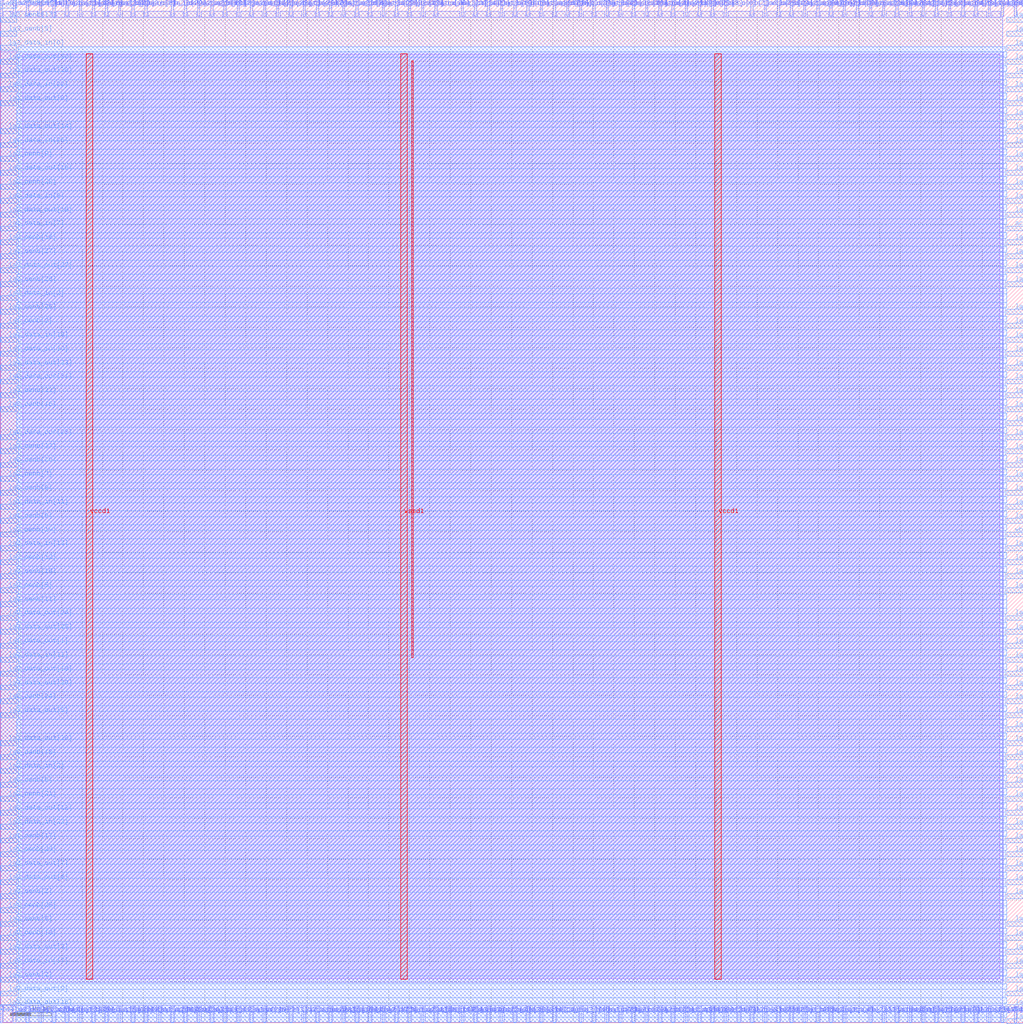
<source format=lef>
VERSION 5.7 ;
  NOWIREEXTENSIONATPIN ON ;
  DIVIDERCHAR "/" ;
  BUSBITCHARS "[]" ;
MACRO wrapped_instrumented_adder_ripple
  CLASS BLOCK ;
  FOREIGN wrapped_instrumented_adder_ripple ;
  ORIGIN 0.000 0.000 ;
  SIZE 250.000 BY 250.000 ;
  PIN active
    DIRECTION INPUT ;
    USE SIGNAL ;
    PORT
      LAYER met3 ;
        RECT 246.000 193.540 250.000 194.740 ;
    END
  END active
  PIN la1_data_in[0]
    DIRECTION INPUT ;
    USE SIGNAL ;
    PORT
      LAYER met2 ;
        RECT 64.350 246.000 64.910 250.000 ;
    END
  END la1_data_in[0]
  PIN la1_data_in[10]
    DIRECTION INPUT ;
    USE SIGNAL ;
    PORT
      LAYER met3 ;
        RECT 0.000 162.940 4.000 164.140 ;
    END
  END la1_data_in[10]
  PIN la1_data_in[11]
    DIRECTION INPUT ;
    USE SIGNAL ;
    PORT
      LAYER met3 ;
        RECT 0.000 125.540 4.000 126.740 ;
    END
  END la1_data_in[11]
  PIN la1_data_in[12]
    DIRECTION INPUT ;
    USE SIGNAL ;
    PORT
      LAYER met2 ;
        RECT 12.830 246.000 13.390 250.000 ;
    END
  END la1_data_in[12]
  PIN la1_data_in[13]
    DIRECTION INPUT ;
    USE SIGNAL ;
    PORT
      LAYER met3 ;
        RECT 246.000 169.740 250.000 170.940 ;
    END
  END la1_data_in[13]
  PIN la1_data_in[14]
    DIRECTION INPUT ;
    USE SIGNAL ;
    PORT
      LAYER met2 ;
        RECT 148.070 0.000 148.630 4.000 ;
    END
  END la1_data_in[14]
  PIN la1_data_in[15]
    DIRECTION INPUT ;
    USE SIGNAL ;
    PORT
      LAYER met2 ;
        RECT 77.230 0.000 77.790 4.000 ;
    END
  END la1_data_in[15]
  PIN la1_data_in[16]
    DIRECTION INPUT ;
    USE SIGNAL ;
    PORT
      LAYER met2 ;
        RECT 148.070 246.000 148.630 250.000 ;
    END
  END la1_data_in[16]
  PIN la1_data_in[17]
    DIRECTION INPUT ;
    USE SIGNAL ;
    PORT
      LAYER met2 ;
        RECT 93.330 246.000 93.890 250.000 ;
    END
  END la1_data_in[17]
  PIN la1_data_in[18]
    DIRECTION INPUT ;
    USE SIGNAL ;
    PORT
      LAYER met3 ;
        RECT 0.000 166.340 4.000 167.540 ;
    END
  END la1_data_in[18]
  PIN la1_data_in[19]
    DIRECTION INPUT ;
    USE SIGNAL ;
    PORT
      LAYER met3 ;
        RECT 246.000 20.140 250.000 21.340 ;
    END
  END la1_data_in[19]
  PIN la1_data_in[1]
    DIRECTION INPUT ;
    USE SIGNAL ;
    PORT
      LAYER met2 ;
        RECT 109.430 0.000 109.990 4.000 ;
    END
  END la1_data_in[1]
  PIN la1_data_in[20]
    DIRECTION INPUT ;
    USE SIGNAL ;
    PORT
      LAYER met2 ;
        RECT 180.270 0.000 180.830 4.000 ;
    END
  END la1_data_in[20]
  PIN la1_data_in[21]
    DIRECTION INPUT ;
    USE SIGNAL ;
    PORT
      LAYER met3 ;
        RECT 246.000 47.340 250.000 48.540 ;
    END
  END la1_data_in[21]
  PIN la1_data_in[22]
    DIRECTION INPUT ;
    USE SIGNAL ;
    PORT
      LAYER met2 ;
        RECT 235.010 0.000 235.570 4.000 ;
    END
  END la1_data_in[22]
  PIN la1_data_in[23]
    DIRECTION INPUT ;
    USE SIGNAL ;
    PORT
      LAYER met2 ;
        RECT 218.910 0.000 219.470 4.000 ;
    END
  END la1_data_in[23]
  PIN la1_data_in[24]
    DIRECTION INPUT ;
    USE SIGNAL ;
    PORT
      LAYER met3 ;
        RECT 246.000 3.140 250.000 4.340 ;
    END
  END la1_data_in[24]
  PIN la1_data_in[25]
    DIRECTION INPUT ;
    USE SIGNAL ;
    PORT
      LAYER met2 ;
        RECT 241.450 0.000 242.010 4.000 ;
    END
  END la1_data_in[25]
  PIN la1_data_in[26]
    DIRECTION INPUT ;
    USE SIGNAL ;
    PORT
      LAYER met3 ;
        RECT 0.000 213.940 4.000 215.140 ;
    END
  END la1_data_in[26]
  PIN la1_data_in[27]
    DIRECTION INPUT ;
    USE SIGNAL ;
    PORT
      LAYER met3 ;
        RECT 246.000 230.940 250.000 232.140 ;
    END
  END la1_data_in[27]
  PIN la1_data_in[28]
    DIRECTION INPUT ;
    USE SIGNAL ;
    PORT
      LAYER met3 ;
        RECT 246.000 145.940 250.000 147.140 ;
    END
  END la1_data_in[28]
  PIN la1_data_in[29]
    DIRECTION INPUT ;
    USE SIGNAL ;
    PORT
      LAYER met3 ;
        RECT 246.000 115.340 250.000 116.540 ;
    END
  END la1_data_in[29]
  PIN la1_data_in[2]
    DIRECTION INPUT ;
    USE SIGNAL ;
    PORT
      LAYER met2 ;
        RECT 25.710 0.000 26.270 4.000 ;
    END
  END la1_data_in[2]
  PIN la1_data_in[30]
    DIRECTION INPUT ;
    USE SIGNAL ;
    PORT
      LAYER met3 ;
        RECT 246.000 37.140 250.000 38.340 ;
    END
  END la1_data_in[30]
  PIN la1_data_in[31]
    DIRECTION INPUT ;
    USE SIGNAL ;
    PORT
      LAYER met2 ;
        RECT 9.610 246.000 10.170 250.000 ;
    END
  END la1_data_in[31]
  PIN la1_data_in[3]
    DIRECTION INPUT ;
    USE SIGNAL ;
    PORT
      LAYER met2 ;
        RECT 206.030 0.000 206.590 4.000 ;
    END
  END la1_data_in[3]
  PIN la1_data_in[4]
    DIRECTION INPUT ;
    USE SIGNAL ;
    PORT
      LAYER met2 ;
        RECT 199.590 0.000 200.150 4.000 ;
    END
  END la1_data_in[4]
  PIN la1_data_in[5]
    DIRECTION INPUT ;
    USE SIGNAL ;
    PORT
      LAYER met3 ;
        RECT 246.000 166.340 250.000 167.540 ;
    END
  END la1_data_in[5]
  PIN la1_data_in[6]
    DIRECTION INPUT ;
    USE SIGNAL ;
    PORT
      LAYER met3 ;
        RECT 246.000 43.940 250.000 45.140 ;
    END
  END la1_data_in[6]
  PIN la1_data_in[7]
    DIRECTION INPUT ;
    USE SIGNAL ;
    PORT
      LAYER met3 ;
        RECT 0.000 193.540 4.000 194.740 ;
    END
  END la1_data_in[7]
  PIN la1_data_in[8]
    DIRECTION INPUT ;
    USE SIGNAL ;
    PORT
      LAYER met2 ;
        RECT 196.370 0.000 196.930 4.000 ;
    END
  END la1_data_in[8]
  PIN la1_data_in[9]
    DIRECTION INPUT ;
    USE SIGNAL ;
    PORT
      LAYER met2 ;
        RECT 177.050 0.000 177.610 4.000 ;
    END
  END la1_data_in[9]
  PIN la1_data_out[0]
    DIRECTION INOUT ;
    USE SIGNAL ;
    PORT
      LAYER met3 ;
        RECT 0.000 224.140 4.000 225.340 ;
    END
  END la1_data_out[0]
  PIN la1_data_out[10]
    DIRECTION INOUT ;
    USE SIGNAL ;
    PORT
      LAYER met2 ;
        RECT 160.950 246.000 161.510 250.000 ;
    END
  END la1_data_out[10]
  PIN la1_data_out[11]
    DIRECTION INOUT ;
    USE SIGNAL ;
    PORT
      LAYER met2 ;
        RECT 99.770 0.000 100.330 4.000 ;
    END
  END la1_data_out[11]
  PIN la1_data_out[12]
    DIRECTION INOUT ;
    USE SIGNAL ;
    PORT
      LAYER met3 ;
        RECT 246.000 190.140 250.000 191.340 ;
    END
  END la1_data_out[12]
  PIN la1_data_out[13]
    DIRECTION INOUT ;
    USE SIGNAL ;
    PORT
      LAYER met3 ;
        RECT 246.000 139.140 250.000 140.340 ;
    END
  END la1_data_out[13]
  PIN la1_data_out[14]
    DIRECTION INOUT ;
    USE SIGNAL ;
    PORT
      LAYER met2 ;
        RECT 106.210 246.000 106.770 250.000 ;
    END
  END la1_data_out[14]
  PIN la1_data_out[15]
    DIRECTION INOUT ;
    USE SIGNAL ;
    PORT
      LAYER met2 ;
        RECT 54.690 0.000 55.250 4.000 ;
    END
  END la1_data_out[15]
  PIN la1_data_out[16]
    DIRECTION INOUT ;
    USE SIGNAL ;
    PORT
      LAYER met2 ;
        RECT 125.530 246.000 126.090 250.000 ;
    END
  END la1_data_out[16]
  PIN la1_data_out[17]
    DIRECTION INOUT ;
    USE SIGNAL ;
    PORT
      LAYER met2 ;
        RECT 54.690 246.000 55.250 250.000 ;
    END
  END la1_data_out[17]
  PIN la1_data_out[18]
    DIRECTION INOUT ;
    USE SIGNAL ;
    PORT
      LAYER met2 ;
        RECT 128.750 246.000 129.310 250.000 ;
    END
  END la1_data_out[18]
  PIN la1_data_out[19]
    DIRECTION INOUT ;
    USE SIGNAL ;
    PORT
      LAYER met3 ;
        RECT 246.000 81.340 250.000 82.540 ;
    END
  END la1_data_out[19]
  PIN la1_data_out[1]
    DIRECTION INOUT ;
    USE SIGNAL ;
    PORT
      LAYER met3 ;
        RECT 0.000 91.540 4.000 92.740 ;
    END
  END la1_data_out[1]
  PIN la1_data_out[20]
    DIRECTION INOUT ;
    USE SIGNAL ;
    PORT
      LAYER met3 ;
        RECT 0.000 230.940 4.000 232.140 ;
    END
  END la1_data_out[20]
  PIN la1_data_out[21]
    DIRECTION INOUT ;
    USE SIGNAL ;
    PORT
      LAYER met2 ;
        RECT 167.390 0.000 167.950 4.000 ;
    END
  END la1_data_out[21]
  PIN la1_data_out[22]
    DIRECTION INOUT ;
    USE SIGNAL ;
    PORT
      LAYER met2 ;
        RECT 19.270 246.000 19.830 250.000 ;
    END
  END la1_data_out[22]
  PIN la1_data_out[23]
    DIRECTION INOUT ;
    USE SIGNAL ;
    PORT
      LAYER met3 ;
        RECT 0.000 159.540 4.000 160.740 ;
    END
  END la1_data_out[23]
  PIN la1_data_out[24]
    DIRECTION INOUT ;
    USE SIGNAL ;
    PORT
      LAYER met2 ;
        RECT 215.690 0.000 216.250 4.000 ;
    END
  END la1_data_out[24]
  PIN la1_data_out[25]
    DIRECTION INOUT ;
    USE SIGNAL ;
    PORT
      LAYER met2 ;
        RECT 235.010 246.000 235.570 250.000 ;
    END
  END la1_data_out[25]
  PIN la1_data_out[26]
    DIRECTION INOUT ;
    USE SIGNAL ;
    PORT
      LAYER met3 ;
        RECT 246.000 237.740 250.000 238.940 ;
    END
  END la1_data_out[26]
  PIN la1_data_out[27]
    DIRECTION INOUT ;
    USE SIGNAL ;
    PORT
      LAYER met3 ;
        RECT 246.000 105.140 250.000 106.340 ;
    END
  END la1_data_out[27]
  PIN la1_data_out[28]
    DIRECTION INOUT ;
    USE SIGNAL ;
    PORT
      LAYER met3 ;
        RECT 246.000 207.140 250.000 208.340 ;
    END
  END la1_data_out[28]
  PIN la1_data_out[29]
    DIRECTION INOUT ;
    USE SIGNAL ;
    PORT
      LAYER met2 ;
        RECT 193.150 246.000 193.710 250.000 ;
    END
  END la1_data_out[29]
  PIN la1_data_out[2]
    DIRECTION INOUT ;
    USE SIGNAL ;
    PORT
      LAYER met2 ;
        RECT 225.350 0.000 225.910 4.000 ;
    END
  END la1_data_out[2]
  PIN la1_data_out[30]
    DIRECTION INOUT ;
    USE SIGNAL ;
    PORT
      LAYER met2 ;
        RECT 38.590 0.000 39.150 4.000 ;
    END
  END la1_data_out[30]
  PIN la1_data_out[31]
    DIRECTION INOUT ;
    USE SIGNAL ;
    PORT
      LAYER met2 ;
        RECT 212.470 246.000 213.030 250.000 ;
    END
  END la1_data_out[31]
  PIN la1_data_out[3]
    DIRECTION INOUT ;
    USE SIGNAL ;
    PORT
      LAYER met2 ;
        RECT 86.890 0.000 87.450 4.000 ;
    END
  END la1_data_out[3]
  PIN la1_data_out[4]
    DIRECTION INOUT ;
    USE SIGNAL ;
    PORT
      LAYER met3 ;
        RECT 246.000 128.940 250.000 130.140 ;
    END
  END la1_data_out[4]
  PIN la1_data_out[5]
    DIRECTION INOUT ;
    USE SIGNAL ;
    PORT
      LAYER met2 ;
        RECT 19.270 0.000 19.830 4.000 ;
    END
  END la1_data_out[5]
  PIN la1_data_out[6]
    DIRECTION INOUT ;
    USE SIGNAL ;
    PORT
      LAYER met3 ;
        RECT 246.000 196.940 250.000 198.140 ;
    END
  END la1_data_out[6]
  PIN la1_data_out[7]
    DIRECTION INOUT ;
    USE SIGNAL ;
    PORT
      LAYER met2 ;
        RECT 135.190 246.000 135.750 250.000 ;
    END
  END la1_data_out[7]
  PIN la1_data_out[8]
    DIRECTION INOUT ;
    USE SIGNAL ;
    PORT
      LAYER met2 ;
        RECT 199.590 246.000 200.150 250.000 ;
    END
  END la1_data_out[8]
  PIN la1_data_out[9]
    DIRECTION INOUT ;
    USE SIGNAL ;
    PORT
      LAYER met3 ;
        RECT 246.000 60.940 250.000 62.140 ;
    END
  END la1_data_out[9]
  PIN la1_oenb[0]
    DIRECTION INPUT ;
    USE SIGNAL ;
    PORT
      LAYER met2 ;
        RECT 74.010 246.000 74.570 250.000 ;
    END
  END la1_oenb[0]
  PIN la1_oenb[10]
    DIRECTION INPUT ;
    USE SIGNAL ;
    PORT
      LAYER met3 ;
        RECT 246.000 98.340 250.000 99.540 ;
    END
  END la1_oenb[10]
  PIN la1_oenb[11]
    DIRECTION INPUT ;
    USE SIGNAL ;
    PORT
      LAYER met3 ;
        RECT 246.000 67.740 250.000 68.940 ;
    END
  END la1_oenb[11]
  PIN la1_oenb[12]
    DIRECTION INPUT ;
    USE SIGNAL ;
    PORT
      LAYER met3 ;
        RECT 246.000 135.740 250.000 136.940 ;
    END
  END la1_oenb[12]
  PIN la1_oenb[13]
    DIRECTION INPUT ;
    USE SIGNAL ;
    PORT
      LAYER met2 ;
        RECT 64.350 0.000 64.910 4.000 ;
    END
  END la1_oenb[13]
  PIN la1_oenb[14]
    DIRECTION INPUT ;
    USE SIGNAL ;
    PORT
      LAYER met3 ;
        RECT 246.000 217.340 250.000 218.540 ;
    END
  END la1_oenb[14]
  PIN la1_oenb[15]
    DIRECTION INPUT ;
    USE SIGNAL ;
    PORT
      LAYER met2 ;
        RECT 96.550 246.000 97.110 250.000 ;
    END
  END la1_oenb[15]
  PIN la1_oenb[16]
    DIRECTION INPUT ;
    USE SIGNAL ;
    PORT
      LAYER met2 ;
        RECT 122.310 246.000 122.870 250.000 ;
    END
  END la1_oenb[16]
  PIN la1_oenb[17]
    DIRECTION INPUT ;
    USE SIGNAL ;
    PORT
      LAYER met3 ;
        RECT 0.000 43.940 4.000 45.140 ;
    END
  END la1_oenb[17]
  PIN la1_oenb[18]
    DIRECTION INPUT ;
    USE SIGNAL ;
    PORT
      LAYER met2 ;
        RECT 131.970 246.000 132.530 250.000 ;
    END
  END la1_oenb[18]
  PIN la1_oenb[19]
    DIRECTION INPUT ;
    USE SIGNAL ;
    PORT
      LAYER met3 ;
        RECT 246.000 23.540 250.000 24.740 ;
    END
  END la1_oenb[19]
  PIN la1_oenb[1]
    DIRECTION INPUT ;
    USE SIGNAL ;
    PORT
      LAYER met3 ;
        RECT 246.000 241.140 250.000 242.340 ;
    END
  END la1_oenb[1]
  PIN la1_oenb[20]
    DIRECTION INPUT ;
    USE SIGNAL ;
    PORT
      LAYER met2 ;
        RECT 106.210 0.000 106.770 4.000 ;
    END
  END la1_oenb[20]
  PIN la1_oenb[21]
    DIRECTION INPUT ;
    USE SIGNAL ;
    PORT
      LAYER met2 ;
        RECT 112.650 246.000 113.210 250.000 ;
    END
  END la1_oenb[21]
  PIN la1_oenb[22]
    DIRECTION INPUT ;
    USE SIGNAL ;
    PORT
      LAYER met2 ;
        RECT 61.130 0.000 61.690 4.000 ;
    END
  END la1_oenb[22]
  PIN la1_oenb[23]
    DIRECTION INPUT ;
    USE SIGNAL ;
    PORT
      LAYER met3 ;
        RECT 0.000 247.940 4.000 249.140 ;
    END
  END la1_oenb[23]
  PIN la1_oenb[24]
    DIRECTION INPUT ;
    USE SIGNAL ;
    PORT
      LAYER met2 ;
        RECT 247.890 0.000 248.450 4.000 ;
    END
  END la1_oenb[24]
  PIN la1_oenb[25]
    DIRECTION INPUT ;
    USE SIGNAL ;
    PORT
      LAYER met3 ;
        RECT 0.000 26.940 4.000 28.140 ;
    END
  END la1_oenb[25]
  PIN la1_oenb[26]
    DIRECTION INPUT ;
    USE SIGNAL ;
    PORT
      LAYER met3 ;
        RECT 0.000 173.140 4.000 174.340 ;
    END
  END la1_oenb[26]
  PIN la1_oenb[27]
    DIRECTION INPUT ;
    USE SIGNAL ;
    PORT
      LAYER met3 ;
        RECT 0.000 186.740 4.000 187.940 ;
    END
  END la1_oenb[27]
  PIN la1_oenb[28]
    DIRECTION INPUT ;
    USE SIGNAL ;
    PORT
      LAYER met3 ;
        RECT 0.000 40.540 4.000 41.740 ;
    END
  END la1_oenb[28]
  PIN la1_oenb[29]
    DIRECTION INPUT ;
    USE SIGNAL ;
    PORT
      LAYER met3 ;
        RECT 246.000 71.140 250.000 72.340 ;
    END
  END la1_oenb[29]
  PIN la1_oenb[2]
    DIRECTION INPUT ;
    USE SIGNAL ;
    PORT
      LAYER met3 ;
        RECT 0.000 169.740 4.000 170.940 ;
    END
  END la1_oenb[2]
  PIN la1_oenb[30]
    DIRECTION INPUT ;
    USE SIGNAL ;
    PORT
      LAYER met3 ;
        RECT 246.000 152.740 250.000 153.940 ;
    END
  END la1_oenb[30]
  PIN la1_oenb[31]
    DIRECTION INPUT ;
    USE SIGNAL ;
    PORT
      LAYER met2 ;
        RECT 25.710 246.000 26.270 250.000 ;
    END
  END la1_oenb[31]
  PIN la1_oenb[3]
    DIRECTION INPUT ;
    USE SIGNAL ;
    PORT
      LAYER met2 ;
        RECT 57.910 0.000 58.470 4.000 ;
    END
  END la1_oenb[3]
  PIN la1_oenb[4]
    DIRECTION INPUT ;
    USE SIGNAL ;
    PORT
      LAYER met2 ;
        RECT 28.930 0.000 29.490 4.000 ;
    END
  END la1_oenb[4]
  PIN la1_oenb[5]
    DIRECTION INPUT ;
    USE SIGNAL ;
    PORT
      LAYER met2 ;
        RECT 83.670 246.000 84.230 250.000 ;
    END
  END la1_oenb[5]
  PIN la1_oenb[6]
    DIRECTION INPUT ;
    USE SIGNAL ;
    PORT
      LAYER met3 ;
        RECT 0.000 23.540 4.000 24.740 ;
    END
  END la1_oenb[6]
  PIN la1_oenb[7]
    DIRECTION INPUT ;
    USE SIGNAL ;
    PORT
      LAYER met3 ;
        RECT 246.000 213.940 250.000 215.140 ;
    END
  END la1_oenb[7]
  PIN la1_oenb[8]
    DIRECTION INPUT ;
    USE SIGNAL ;
    PORT
      LAYER met3 ;
        RECT 0.000 122.140 4.000 123.340 ;
    END
  END la1_oenb[8]
  PIN la1_oenb[9]
    DIRECTION INPUT ;
    USE SIGNAL ;
    PORT
      LAYER met2 ;
        RECT 228.570 0.000 229.130 4.000 ;
    END
  END la1_oenb[9]
  PIN la2_data_in[0]
    DIRECTION INPUT ;
    USE SIGNAL ;
    PORT
      LAYER met3 ;
        RECT 0.000 237.740 4.000 238.940 ;
    END
  END la2_data_in[0]
  PIN la2_data_in[10]
    DIRECTION INPUT ;
    USE SIGNAL ;
    PORT
      LAYER met2 ;
        RECT 12.830 0.000 13.390 4.000 ;
    END
  END la2_data_in[10]
  PIN la2_data_in[11]
    DIRECTION INPUT ;
    USE SIGNAL ;
    PORT
      LAYER met3 ;
        RECT 0.000 88.140 4.000 89.340 ;
    END
  END la2_data_in[11]
  PIN la2_data_in[12]
    DIRECTION INPUT ;
    USE SIGNAL ;
    PORT
      LAYER met2 ;
        RECT 218.910 246.000 219.470 250.000 ;
    END
  END la2_data_in[12]
  PIN la2_data_in[13]
    DIRECTION INPUT ;
    USE SIGNAL ;
    PORT
      LAYER met3 ;
        RECT 0.000 115.340 4.000 116.540 ;
    END
  END la2_data_in[13]
  PIN la2_data_in[14]
    DIRECTION INPUT ;
    USE SIGNAL ;
    PORT
      LAYER met2 ;
        RECT 80.450 0.000 81.010 4.000 ;
    END
  END la2_data_in[14]
  PIN la2_data_in[15]
    DIRECTION INPUT ;
    USE SIGNAL ;
    PORT
      LAYER met2 ;
        RECT 238.230 246.000 238.790 250.000 ;
    END
  END la2_data_in[15]
  PIN la2_data_in[16]
    DIRECTION INPUT ;
    USE SIGNAL ;
    PORT
      LAYER met3 ;
        RECT 246.000 -0.260 250.000 0.940 ;
    END
  END la2_data_in[16]
  PIN la2_data_in[17]
    DIRECTION INPUT ;
    USE SIGNAL ;
    PORT
      LAYER met3 ;
        RECT 246.000 159.540 250.000 160.740 ;
    END
  END la2_data_in[17]
  PIN la2_data_in[18]
    DIRECTION INPUT ;
    USE SIGNAL ;
    PORT
      LAYER met2 ;
        RECT 45.030 246.000 45.590 250.000 ;
    END
  END la2_data_in[18]
  PIN la2_data_in[19]
    DIRECTION INPUT ;
    USE SIGNAL ;
    PORT
      LAYER met3 ;
        RECT 246.000 6.540 250.000 7.740 ;
    END
  END la2_data_in[19]
  PIN la2_data_in[1]
    DIRECTION INPUT ;
    USE SIGNAL ;
    PORT
      LAYER met3 ;
        RECT 246.000 108.540 250.000 109.740 ;
    END
  END la2_data_in[1]
  PIN la2_data_in[20]
    DIRECTION INPUT ;
    USE SIGNAL ;
    PORT
      LAYER met2 ;
        RECT 41.810 0.000 42.370 4.000 ;
    END
  END la2_data_in[20]
  PIN la2_data_in[21]
    DIRECTION INPUT ;
    USE SIGNAL ;
    PORT
      LAYER met2 ;
        RECT 141.630 0.000 142.190 4.000 ;
    END
  END la2_data_in[21]
  PIN la2_data_in[22]
    DIRECTION INPUT ;
    USE SIGNAL ;
    PORT
      LAYER met2 ;
        RECT 61.130 246.000 61.690 250.000 ;
    END
  END la2_data_in[22]
  PIN la2_data_in[23]
    DIRECTION INPUT ;
    USE SIGNAL ;
    PORT
      LAYER met2 ;
        RECT 228.570 246.000 229.130 250.000 ;
    END
  END la2_data_in[23]
  PIN la2_data_in[24]
    DIRECTION INPUT ;
    USE SIGNAL ;
    PORT
      LAYER met2 ;
        RECT 80.450 246.000 81.010 250.000 ;
    END
  END la2_data_in[24]
  PIN la2_data_in[25]
    DIRECTION INPUT ;
    USE SIGNAL ;
    PORT
      LAYER met2 ;
        RECT 102.990 0.000 103.550 4.000 ;
    END
  END la2_data_in[25]
  PIN la2_data_in[26]
    DIRECTION INPUT ;
    USE SIGNAL ;
    PORT
      LAYER met2 ;
        RECT 99.770 246.000 100.330 250.000 ;
    END
  END la2_data_in[26]
  PIN la2_data_in[27]
    DIRECTION INPUT ;
    USE SIGNAL ;
    PORT
      LAYER met2 ;
        RECT 231.790 0.000 232.350 4.000 ;
    END
  END la2_data_in[27]
  PIN la2_data_in[28]
    DIRECTION INPUT ;
    USE SIGNAL ;
    PORT
      LAYER met2 ;
        RECT 67.570 246.000 68.130 250.000 ;
    END
  END la2_data_in[28]
  PIN la2_data_in[29]
    DIRECTION INPUT ;
    USE SIGNAL ;
    PORT
      LAYER met2 ;
        RECT 35.370 246.000 35.930 250.000 ;
    END
  END la2_data_in[29]
  PIN la2_data_in[2]
    DIRECTION INPUT ;
    USE SIGNAL ;
    PORT
      LAYER met3 ;
        RECT 0.000 60.940 4.000 62.140 ;
    END
  END la2_data_in[2]
  PIN la2_data_in[30]
    DIRECTION INPUT ;
    USE SIGNAL ;
    PORT
      LAYER met3 ;
        RECT 246.000 16.740 250.000 17.940 ;
    END
  END la2_data_in[30]
  PIN la2_data_in[31]
    DIRECTION INPUT ;
    USE SIGNAL ;
    PORT
      LAYER met2 ;
        RECT 122.310 0.000 122.870 4.000 ;
    END
  END la2_data_in[31]
  PIN la2_data_in[3]
    DIRECTION INPUT ;
    USE SIGNAL ;
    PORT
      LAYER met2 ;
        RECT 196.370 246.000 196.930 250.000 ;
    END
  END la2_data_in[3]
  PIN la2_data_in[4]
    DIRECTION INPUT ;
    USE SIGNAL ;
    PORT
      LAYER met2 ;
        RECT 154.510 246.000 155.070 250.000 ;
    END
  END la2_data_in[4]
  PIN la2_data_in[5]
    DIRECTION INPUT ;
    USE SIGNAL ;
    PORT
      LAYER met2 ;
        RECT 222.130 246.000 222.690 250.000 ;
    END
  END la2_data_in[5]
  PIN la2_data_in[6]
    DIRECTION INPUT ;
    USE SIGNAL ;
    PORT
      LAYER met2 ;
        RECT 135.190 0.000 135.750 4.000 ;
    END
  END la2_data_in[6]
  PIN la2_data_in[7]
    DIRECTION INPUT ;
    USE SIGNAL ;
    PORT
      LAYER met2 ;
        RECT 189.930 0.000 190.490 4.000 ;
    END
  END la2_data_in[7]
  PIN la2_data_in[8]
    DIRECTION INPUT ;
    USE SIGNAL ;
    PORT
      LAYER met2 ;
        RECT 57.910 246.000 58.470 250.000 ;
    END
  END la2_data_in[8]
  PIN la2_data_in[9]
    DIRECTION INPUT ;
    USE SIGNAL ;
    PORT
      LAYER met3 ;
        RECT 0.000 200.340 4.000 201.540 ;
    END
  END la2_data_in[9]
  PIN la2_data_out[0]
    DIRECTION INOUT ;
    USE SIGNAL ;
    PORT
      LAYER met3 ;
        RECT 246.000 132.340 250.000 133.540 ;
    END
  END la2_data_out[0]
  PIN la2_data_out[10]
    DIRECTION INOUT ;
    USE SIGNAL ;
    PORT
      LAYER met3 ;
        RECT 246.000 156.140 250.000 157.340 ;
    END
  END la2_data_out[10]
  PIN la2_data_out[11]
    DIRECTION INOUT ;
    USE SIGNAL ;
    PORT
      LAYER met2 ;
        RECT -0.050 246.000 0.510 250.000 ;
    END
  END la2_data_out[11]
  PIN la2_data_out[12]
    DIRECTION INOUT ;
    USE SIGNAL ;
    PORT
      LAYER met3 ;
        RECT 0.000 50.740 4.000 51.940 ;
    END
  END la2_data_out[12]
  PIN la2_data_out[13]
    DIRECTION INOUT ;
    USE SIGNAL ;
    PORT
      LAYER met2 ;
        RECT 160.950 0.000 161.510 4.000 ;
    END
  END la2_data_out[13]
  PIN la2_data_out[14]
    DIRECTION INOUT ;
    USE SIGNAL ;
    PORT
      LAYER met3 ;
        RECT 0.000 217.340 4.000 218.540 ;
    END
  END la2_data_out[14]
  PIN la2_data_out[15]
    DIRECTION INOUT ;
    USE SIGNAL ;
    PORT
      LAYER met3 ;
        RECT 0.000 196.940 4.000 198.140 ;
    END
  END la2_data_out[15]
  PIN la2_data_out[16]
    DIRECTION INOUT ;
    USE SIGNAL ;
    PORT
      LAYER met2 ;
        RECT 77.230 246.000 77.790 250.000 ;
    END
  END la2_data_out[16]
  PIN la2_data_out[17]
    DIRECTION INOUT ;
    USE SIGNAL ;
    PORT
      LAYER met2 ;
        RECT 86.890 246.000 87.450 250.000 ;
    END
  END la2_data_out[17]
  PIN la2_data_out[18]
    DIRECTION INOUT ;
    USE SIGNAL ;
    PORT
      LAYER met3 ;
        RECT 0.000 84.740 4.000 85.940 ;
    END
  END la2_data_out[18]
  PIN la2_data_out[19]
    DIRECTION INOUT ;
    USE SIGNAL ;
    PORT
      LAYER met2 ;
        RECT 41.810 246.000 42.370 250.000 ;
    END
  END la2_data_out[19]
  PIN la2_data_out[1]
    DIRECTION INOUT ;
    USE SIGNAL ;
    PORT
      LAYER met3 ;
        RECT 246.000 234.340 250.000 235.540 ;
    END
  END la2_data_out[1]
  PIN la2_data_out[20]
    DIRECTION INOUT ;
    USE SIGNAL ;
    PORT
      LAYER met3 ;
        RECT 0.000 67.740 4.000 68.940 ;
    END
  END la2_data_out[20]
  PIN la2_data_out[21]
    DIRECTION INOUT ;
    USE SIGNAL ;
    PORT
      LAYER met2 ;
        RECT 93.330 0.000 93.890 4.000 ;
    END
  END la2_data_out[21]
  PIN la2_data_out[22]
    DIRECTION INOUT ;
    USE SIGNAL ;
    PORT
      LAYER met3 ;
        RECT 246.000 149.340 250.000 150.540 ;
    END
  END la2_data_out[22]
  PIN la2_data_out[23]
    DIRECTION INOUT ;
    USE SIGNAL ;
    PORT
      LAYER met3 ;
        RECT 0.000 142.540 4.000 143.740 ;
    END
  END la2_data_out[23]
  PIN la2_data_out[24]
    DIRECTION INOUT ;
    USE SIGNAL ;
    PORT
      LAYER met3 ;
        RECT 0.000 98.340 4.000 99.540 ;
    END
  END la2_data_out[24]
  PIN la2_data_out[25]
    DIRECTION INOUT ;
    USE SIGNAL ;
    PORT
      LAYER met2 ;
        RECT 206.030 246.000 206.590 250.000 ;
    END
  END la2_data_out[25]
  PIN la2_data_out[26]
    DIRECTION INOUT ;
    USE SIGNAL ;
    PORT
      LAYER met2 ;
        RECT 96.550 0.000 97.110 4.000 ;
    END
  END la2_data_out[26]
  PIN la2_data_out[27]
    DIRECTION INOUT ;
    USE SIGNAL ;
    PORT
      LAYER met2 ;
        RECT 189.930 246.000 190.490 250.000 ;
    END
  END la2_data_out[27]
  PIN la2_data_out[28]
    DIRECTION INOUT ;
    USE SIGNAL ;
    PORT
      LAYER met3 ;
        RECT 246.000 142.540 250.000 143.740 ;
    END
  END la2_data_out[28]
  PIN la2_data_out[29]
    DIRECTION INOUT ;
    USE SIGNAL ;
    PORT
      LAYER met2 ;
        RECT 212.470 0.000 213.030 4.000 ;
    END
  END la2_data_out[29]
  PIN la2_data_out[2]
    DIRECTION INOUT ;
    USE SIGNAL ;
    PORT
      LAYER met3 ;
        RECT 0.000 6.540 4.000 7.740 ;
    END
  END la2_data_out[2]
  PIN la2_data_out[30]
    DIRECTION INOUT ;
    USE SIGNAL ;
    PORT
      LAYER met3 ;
        RECT 0.000 234.340 4.000 235.540 ;
    END
  END la2_data_out[30]
  PIN la2_data_out[31]
    DIRECTION INOUT ;
    USE SIGNAL ;
    PORT
      LAYER met3 ;
        RECT 0.000 156.140 4.000 157.340 ;
    END
  END la2_data_out[31]
  PIN la2_data_out[3]
    DIRECTION INOUT ;
    USE SIGNAL ;
    PORT
      LAYER met3 ;
        RECT 0.000 16.740 4.000 17.940 ;
    END
  END la2_data_out[3]
  PIN la2_data_out[4]
    DIRECTION INOUT ;
    USE SIGNAL ;
    PORT
      LAYER met3 ;
        RECT 0.000 33.740 4.000 34.940 ;
    END
  END la2_data_out[4]
  PIN la2_data_out[5]
    DIRECTION INOUT ;
    USE SIGNAL ;
    PORT
      LAYER met2 ;
        RECT 154.510 0.000 155.070 4.000 ;
    END
  END la2_data_out[5]
  PIN la2_data_out[6]
    DIRECTION INOUT ;
    USE SIGNAL ;
    PORT
      LAYER met2 ;
        RECT 74.010 0.000 74.570 4.000 ;
    END
  END la2_data_out[6]
  PIN la2_data_out[7]
    DIRECTION INOUT ;
    USE SIGNAL ;
    PORT
      LAYER met3 ;
        RECT 0.000 37.140 4.000 38.340 ;
    END
  END la2_data_out[7]
  PIN la2_data_out[8]
    DIRECTION INOUT ;
    USE SIGNAL ;
    PORT
      LAYER met3 ;
        RECT 246.000 40.540 250.000 41.740 ;
    END
  END la2_data_out[8]
  PIN la2_data_out[9]
    DIRECTION INOUT ;
    USE SIGNAL ;
    PORT
      LAYER met3 ;
        RECT 246.000 77.940 250.000 79.140 ;
    END
  END la2_data_out[9]
  PIN la2_oenb[0]
    DIRECTION INPUT ;
    USE SIGNAL ;
    PORT
      LAYER met2 ;
        RECT 173.830 246.000 174.390 250.000 ;
    END
  END la2_oenb[0]
  PIN la2_oenb[10]
    DIRECTION INPUT ;
    USE SIGNAL ;
    PORT
      LAYER met3 ;
        RECT 0.000 118.740 4.000 119.940 ;
    END
  END la2_oenb[10]
  PIN la2_oenb[11]
    DIRECTION INPUT ;
    USE SIGNAL ;
    PORT
      LAYER met2 ;
        RECT 138.410 246.000 138.970 250.000 ;
    END
  END la2_oenb[11]
  PIN la2_oenb[12]
    DIRECTION INPUT ;
    USE SIGNAL ;
    PORT
      LAYER met3 ;
        RECT 246.000 74.540 250.000 75.740 ;
    END
  END la2_oenb[12]
  PIN la2_oenb[13]
    DIRECTION INPUT ;
    USE SIGNAL ;
    PORT
      LAYER met3 ;
        RECT 246.000 220.740 250.000 221.940 ;
    END
  END la2_oenb[13]
  PIN la2_oenb[14]
    DIRECTION INPUT ;
    USE SIGNAL ;
    PORT
      LAYER met3 ;
        RECT 0.000 190.140 4.000 191.340 ;
    END
  END la2_oenb[14]
  PIN la2_oenb[15]
    DIRECTION INPUT ;
    USE SIGNAL ;
    PORT
      LAYER met2 ;
        RECT 151.290 0.000 151.850 4.000 ;
    END
  END la2_oenb[15]
  PIN la2_oenb[16]
    DIRECTION INPUT ;
    USE SIGNAL ;
    PORT
      LAYER met3 ;
        RECT 246.000 183.340 250.000 184.540 ;
    END
  END la2_oenb[16]
  PIN la2_oenb[17]
    DIRECTION INPUT ;
    USE SIGNAL ;
    PORT
      LAYER met2 ;
        RECT 6.390 246.000 6.950 250.000 ;
    END
  END la2_oenb[17]
  PIN la2_oenb[18]
    DIRECTION INPUT ;
    USE SIGNAL ;
    PORT
      LAYER met3 ;
        RECT 0.000 20.140 4.000 21.340 ;
    END
  END la2_oenb[18]
  PIN la2_oenb[19]
    DIRECTION INPUT ;
    USE SIGNAL ;
    PORT
      LAYER met2 ;
        RECT 183.490 0.000 184.050 4.000 ;
    END
  END la2_oenb[19]
  PIN la2_oenb[1]
    DIRECTION INPUT ;
    USE SIGNAL ;
    PORT
      LAYER met2 ;
        RECT 177.050 246.000 177.610 250.000 ;
    END
  END la2_oenb[1]
  PIN la2_oenb[20]
    DIRECTION INPUT ;
    USE SIGNAL ;
    PORT
      LAYER met2 ;
        RECT 48.250 246.000 48.810 250.000 ;
    END
  END la2_oenb[20]
  PIN la2_oenb[21]
    DIRECTION INPUT ;
    USE SIGNAL ;
    PORT
      LAYER met3 ;
        RECT 0.000 54.140 4.000 55.340 ;
    END
  END la2_oenb[21]
  PIN la2_oenb[22]
    DIRECTION INPUT ;
    USE SIGNAL ;
    PORT
      LAYER met3 ;
        RECT 0.000 152.740 4.000 153.940 ;
    END
  END la2_oenb[22]
  PIN la2_oenb[23]
    DIRECTION INPUT ;
    USE SIGNAL ;
    PORT
      LAYER met3 ;
        RECT 246.000 88.140 250.000 89.340 ;
    END
  END la2_oenb[23]
  PIN la2_oenb[24]
    DIRECTION INPUT ;
    USE SIGNAL ;
    PORT
      LAYER met3 ;
        RECT 0.000 77.940 4.000 79.140 ;
    END
  END la2_oenb[24]
  PIN la2_oenb[25]
    DIRECTION INPUT ;
    USE SIGNAL ;
    PORT
      LAYER met2 ;
        RECT 193.150 0.000 193.710 4.000 ;
    END
  END la2_oenb[25]
  PIN la2_oenb[26]
    DIRECTION INPUT ;
    USE SIGNAL ;
    PORT
      LAYER met2 ;
        RECT 183.490 246.000 184.050 250.000 ;
    END
  END la2_oenb[26]
  PIN la2_oenb[27]
    DIRECTION INPUT ;
    USE SIGNAL ;
    PORT
      LAYER met3 ;
        RECT 0.000 139.140 4.000 140.340 ;
    END
  END la2_oenb[27]
  PIN la2_oenb[28]
    DIRECTION INPUT ;
    USE SIGNAL ;
    PORT
      LAYER met3 ;
        RECT 0.000 203.740 4.000 204.940 ;
    END
  END la2_oenb[28]
  PIN la2_oenb[29]
    DIRECTION INPUT ;
    USE SIGNAL ;
    PORT
      LAYER met2 ;
        RECT 167.390 246.000 167.950 250.000 ;
    END
  END la2_oenb[29]
  PIN la2_oenb[2]
    DIRECTION INPUT ;
    USE SIGNAL ;
    PORT
      LAYER met3 ;
        RECT 0.000 9.940 4.000 11.140 ;
    END
  END la2_oenb[2]
  PIN la2_oenb[30]
    DIRECTION INPUT ;
    USE SIGNAL ;
    PORT
      LAYER met3 ;
        RECT 0.000 135.740 4.000 136.940 ;
    END
  END la2_oenb[30]
  PIN la2_oenb[31]
    DIRECTION INPUT ;
    USE SIGNAL ;
    PORT
      LAYER met2 ;
        RECT 151.290 246.000 151.850 250.000 ;
    END
  END la2_oenb[31]
  PIN la2_oenb[3]
    DIRECTION INPUT ;
    USE SIGNAL ;
    PORT
      LAYER met2 ;
        RECT 3.170 246.000 3.730 250.000 ;
    END
  END la2_oenb[3]
  PIN la2_oenb[4]
    DIRECTION INPUT ;
    USE SIGNAL ;
    PORT
      LAYER met2 ;
        RECT 247.890 246.000 248.450 250.000 ;
    END
  END la2_oenb[4]
  PIN la2_oenb[5]
    DIRECTION INPUT ;
    USE SIGNAL ;
    PORT
      LAYER met3 ;
        RECT 0.000 105.140 4.000 106.340 ;
    END
  END la2_oenb[5]
  PIN la2_oenb[6]
    DIRECTION INPUT ;
    USE SIGNAL ;
    PORT
      LAYER met2 ;
        RECT 119.090 246.000 119.650 250.000 ;
    END
  END la2_oenb[6]
  PIN la2_oenb[7]
    DIRECTION INPUT ;
    USE SIGNAL ;
    PORT
      LAYER met3 ;
        RECT 0.000 132.340 4.000 133.540 ;
    END
  END la2_oenb[7]
  PIN la2_oenb[8]
    DIRECTION INPUT ;
    USE SIGNAL ;
    PORT
      LAYER met2 ;
        RECT 51.470 246.000 52.030 250.000 ;
    END
  END la2_oenb[8]
  PIN la2_oenb[9]
    DIRECTION INPUT ;
    USE SIGNAL ;
    PORT
      LAYER met3 ;
        RECT 0.000 128.940 4.000 130.140 ;
    END
  END la2_oenb[9]
  PIN la3_data_in[0]
    DIRECTION INPUT ;
    USE SIGNAL ;
    PORT
      LAYER met3 ;
        RECT 246.000 111.940 250.000 113.140 ;
    END
  END la3_data_in[0]
  PIN la3_data_in[10]
    DIRECTION INPUT ;
    USE SIGNAL ;
    PORT
      LAYER met2 ;
        RECT 131.970 0.000 132.530 4.000 ;
    END
  END la3_data_in[10]
  PIN la3_data_in[11]
    DIRECTION INPUT ;
    USE SIGNAL ;
    PORT
      LAYER met3 ;
        RECT 246.000 91.540 250.000 92.740 ;
    END
  END la3_data_in[11]
  PIN la3_data_in[12]
    DIRECTION INPUT ;
    USE SIGNAL ;
    PORT
      LAYER met3 ;
        RECT 246.000 30.340 250.000 31.540 ;
    END
  END la3_data_in[12]
  PIN la3_data_in[13]
    DIRECTION INPUT ;
    USE SIGNAL ;
    PORT
      LAYER met2 ;
        RECT 202.810 0.000 203.370 4.000 ;
    END
  END la3_data_in[13]
  PIN la3_data_in[14]
    DIRECTION INPUT ;
    USE SIGNAL ;
    PORT
      LAYER met2 ;
        RECT 231.790 246.000 232.350 250.000 ;
    END
  END la3_data_in[14]
  PIN la3_data_in[15]
    DIRECTION INPUT ;
    USE SIGNAL ;
    PORT
      LAYER met3 ;
        RECT 246.000 203.740 250.000 204.940 ;
    END
  END la3_data_in[15]
  PIN la3_data_in[16]
    DIRECTION INPUT ;
    USE SIGNAL ;
    PORT
      LAYER met2 ;
        RECT 119.090 0.000 119.650 4.000 ;
    END
  END la3_data_in[16]
  PIN la3_data_in[17]
    DIRECTION INPUT ;
    USE SIGNAL ;
    PORT
      LAYER met3 ;
        RECT 0.000 13.340 4.000 14.540 ;
    END
  END la3_data_in[17]
  PIN la3_data_in[18]
    DIRECTION INPUT ;
    USE SIGNAL ;
    PORT
      LAYER met3 ;
        RECT 246.000 13.340 250.000 14.540 ;
    END
  END la3_data_in[18]
  PIN la3_data_in[19]
    DIRECTION INPUT ;
    USE SIGNAL ;
    PORT
      LAYER met2 ;
        RECT 115.870 246.000 116.430 250.000 ;
    END
  END la3_data_in[19]
  PIN la3_data_in[1]
    DIRECTION INPUT ;
    USE SIGNAL ;
    PORT
      LAYER met2 ;
        RECT 115.870 0.000 116.430 4.000 ;
    END
  END la3_data_in[1]
  PIN la3_data_in[20]
    DIRECTION INPUT ;
    USE SIGNAL ;
    PORT
      LAYER met2 ;
        RECT 22.490 0.000 23.050 4.000 ;
    END
  END la3_data_in[20]
  PIN la3_data_in[21]
    DIRECTION INPUT ;
    USE SIGNAL ;
    PORT
      LAYER met2 ;
        RECT 157.730 246.000 158.290 250.000 ;
    END
  END la3_data_in[21]
  PIN la3_data_in[22]
    DIRECTION INPUT ;
    USE SIGNAL ;
    PORT
      LAYER met3 ;
        RECT 0.000 227.540 4.000 228.740 ;
    END
  END la3_data_in[22]
  PIN la3_data_in[23]
    DIRECTION INPUT ;
    USE SIGNAL ;
    PORT
      LAYER met3 ;
        RECT 0.000 47.340 4.000 48.540 ;
    END
  END la3_data_in[23]
  PIN la3_data_in[24]
    DIRECTION INPUT ;
    USE SIGNAL ;
    PORT
      LAYER met2 ;
        RECT 83.670 0.000 84.230 4.000 ;
    END
  END la3_data_in[24]
  PIN la3_data_in[25]
    DIRECTION INPUT ;
    USE SIGNAL ;
    PORT
      LAYER met3 ;
        RECT 246.000 244.540 250.000 245.740 ;
    END
  END la3_data_in[25]
  PIN la3_data_in[26]
    DIRECTION INPUT ;
    USE SIGNAL ;
    PORT
      LAYER met3 ;
        RECT 246.000 64.340 250.000 65.540 ;
    END
  END la3_data_in[26]
  PIN la3_data_in[27]
    DIRECTION INPUT ;
    USE SIGNAL ;
    PORT
      LAYER met2 ;
        RECT 170.610 0.000 171.170 4.000 ;
    END
  END la3_data_in[27]
  PIN la3_data_in[28]
    DIRECTION INPUT ;
    USE SIGNAL ;
    PORT
      LAYER met2 ;
        RECT 244.670 246.000 245.230 250.000 ;
    END
  END la3_data_in[28]
  PIN la3_data_in[29]
    DIRECTION INPUT ;
    USE SIGNAL ;
    PORT
      LAYER met2 ;
        RECT 164.170 0.000 164.730 4.000 ;
    END
  END la3_data_in[29]
  PIN la3_data_in[2]
    DIRECTION INPUT ;
    USE SIGNAL ;
    PORT
      LAYER met3 ;
        RECT 0.000 176.540 4.000 177.740 ;
    END
  END la3_data_in[2]
  PIN la3_data_in[30]
    DIRECTION INPUT ;
    USE SIGNAL ;
    PORT
      LAYER met2 ;
        RECT 9.610 0.000 10.170 4.000 ;
    END
  END la3_data_in[30]
  PIN la3_data_in[31]
    DIRECTION INPUT ;
    USE SIGNAL ;
    PORT
      LAYER met2 ;
        RECT 222.130 0.000 222.690 4.000 ;
    END
  END la3_data_in[31]
  PIN la3_data_in[3]
    DIRECTION INPUT ;
    USE SIGNAL ;
    PORT
      LAYER met3 ;
        RECT 246.000 33.740 250.000 34.940 ;
    END
  END la3_data_in[3]
  PIN la3_data_in[4]
    DIRECTION INPUT ;
    USE SIGNAL ;
    PORT
      LAYER met2 ;
        RECT 141.630 246.000 142.190 250.000 ;
    END
  END la3_data_in[4]
  PIN la3_data_in[5]
    DIRECTION INPUT ;
    USE SIGNAL ;
    PORT
      LAYER met3 ;
        RECT 246.000 173.140 250.000 174.340 ;
    END
  END la3_data_in[5]
  PIN la3_data_in[6]
    DIRECTION INPUT ;
    USE SIGNAL ;
    PORT
      LAYER met2 ;
        RECT 16.050 246.000 16.610 250.000 ;
    END
  END la3_data_in[6]
  PIN la3_data_in[7]
    DIRECTION INPUT ;
    USE SIGNAL ;
    PORT
      LAYER met2 ;
        RECT 28.930 246.000 29.490 250.000 ;
    END
  END la3_data_in[7]
  PIN la3_data_in[8]
    DIRECTION INPUT ;
    USE SIGNAL ;
    PORT
      LAYER met2 ;
        RECT 22.490 246.000 23.050 250.000 ;
    END
  END la3_data_in[8]
  PIN la3_data_in[9]
    DIRECTION INPUT ;
    USE SIGNAL ;
    PORT
      LAYER met2 ;
        RECT 6.390 0.000 6.950 4.000 ;
    END
  END la3_data_in[9]
  PIN la3_data_out[0]
    DIRECTION INOUT ;
    USE SIGNAL ;
    PORT
      LAYER met2 ;
        RECT 45.030 0.000 45.590 4.000 ;
    END
  END la3_data_out[0]
  PIN la3_data_out[10]
    DIRECTION INOUT ;
    USE SIGNAL ;
    PORT
      LAYER met3 ;
        RECT 246.000 94.940 250.000 96.140 ;
    END
  END la3_data_out[10]
  PIN la3_data_out[11]
    DIRECTION INOUT ;
    USE SIGNAL ;
    PORT
      LAYER met2 ;
        RECT 125.530 0.000 126.090 4.000 ;
    END
  END la3_data_out[11]
  PIN la3_data_out[12]
    DIRECTION INOUT ;
    USE SIGNAL ;
    PORT
      LAYER met2 ;
        RECT 215.690 246.000 216.250 250.000 ;
    END
  END la3_data_out[12]
  PIN la3_data_out[13]
    DIRECTION INOUT ;
    USE SIGNAL ;
    PORT
      LAYER met3 ;
        RECT 246.000 227.540 250.000 228.740 ;
    END
  END la3_data_out[13]
  PIN la3_data_out[14]
    DIRECTION INOUT ;
    USE SIGNAL ;
    PORT
      LAYER met2 ;
        RECT 70.790 246.000 71.350 250.000 ;
    END
  END la3_data_out[14]
  PIN la3_data_out[15]
    DIRECTION INOUT ;
    USE SIGNAL ;
    PORT
      LAYER met2 ;
        RECT 32.150 0.000 32.710 4.000 ;
    END
  END la3_data_out[15]
  PIN la3_data_out[16]
    DIRECTION INOUT ;
    USE SIGNAL ;
    PORT
      LAYER met3 ;
        RECT 0.000 3.140 4.000 4.340 ;
    END
  END la3_data_out[16]
  PIN la3_data_out[17]
    DIRECTION INOUT ;
    USE SIGNAL ;
    PORT
      LAYER met3 ;
        RECT 246.000 224.140 250.000 225.340 ;
    END
  END la3_data_out[17]
  PIN la3_data_out[18]
    DIRECTION INOUT ;
    USE SIGNAL ;
    PORT
      LAYER met3 ;
        RECT 0.000 207.140 4.000 208.340 ;
    END
  END la3_data_out[18]
  PIN la3_data_out[19]
    DIRECTION INOUT ;
    USE SIGNAL ;
    PORT
      LAYER met3 ;
        RECT 246.000 162.940 250.000 164.140 ;
    END
  END la3_data_out[19]
  PIN la3_data_out[1]
    DIRECTION INOUT ;
    USE SIGNAL ;
    PORT
      LAYER met3 ;
        RECT 246.000 54.140 250.000 55.340 ;
    END
  END la3_data_out[1]
  PIN la3_data_out[20]
    DIRECTION INOUT ;
    USE SIGNAL ;
    PORT
      LAYER met3 ;
        RECT 0.000 81.340 4.000 82.540 ;
    END
  END la3_data_out[20]
  PIN la3_data_out[21]
    DIRECTION INOUT ;
    USE SIGNAL ;
    PORT
      LAYER met2 ;
        RECT 241.450 246.000 242.010 250.000 ;
    END
  END la3_data_out[21]
  PIN la3_data_out[22]
    DIRECTION INOUT ;
    USE SIGNAL ;
    PORT
      LAYER met2 ;
        RECT 102.990 246.000 103.550 250.000 ;
    END
  END la3_data_out[22]
  PIN la3_data_out[23]
    DIRECTION INOUT ;
    USE SIGNAL ;
    PORT
      LAYER met2 ;
        RECT 70.790 0.000 71.350 4.000 ;
    END
  END la3_data_out[23]
  PIN la3_data_out[24]
    DIRECTION INOUT ;
    USE SIGNAL ;
    PORT
      LAYER met3 ;
        RECT 246.000 125.540 250.000 126.740 ;
    END
  END la3_data_out[24]
  PIN la3_data_out[25]
    DIRECTION INOUT ;
    USE SIGNAL ;
    PORT
      LAYER met3 ;
        RECT 0.000 94.940 4.000 96.140 ;
    END
  END la3_data_out[25]
  PIN la3_data_out[26]
    DIRECTION INOUT ;
    USE SIGNAL ;
    PORT
      LAYER met3 ;
        RECT 246.000 50.740 250.000 51.940 ;
    END
  END la3_data_out[26]
  PIN la3_data_out[27]
    DIRECTION INOUT ;
    USE SIGNAL ;
    PORT
      LAYER met3 ;
        RECT 0.000 183.340 4.000 184.540 ;
    END
  END la3_data_out[27]
  PIN la3_data_out[28]
    DIRECTION INOUT ;
    USE SIGNAL ;
    PORT
      LAYER met2 ;
        RECT 238.230 0.000 238.790 4.000 ;
    END
  END la3_data_out[28]
  PIN la3_data_out[29]
    DIRECTION INOUT ;
    USE SIGNAL ;
    PORT
      LAYER met2 ;
        RECT 35.370 0.000 35.930 4.000 ;
    END
  END la3_data_out[29]
  PIN la3_data_out[2]
    DIRECTION INOUT ;
    USE SIGNAL ;
    PORT
      LAYER met2 ;
        RECT 112.650 0.000 113.210 4.000 ;
    END
  END la3_data_out[2]
  PIN la3_data_out[30]
    DIRECTION INOUT ;
    USE SIGNAL ;
    PORT
      LAYER met3 ;
        RECT 246.000 84.740 250.000 85.940 ;
    END
  END la3_data_out[30]
  PIN la3_data_out[31]
    DIRECTION INOUT ;
    USE SIGNAL ;
    PORT
      LAYER met2 ;
        RECT 225.350 246.000 225.910 250.000 ;
    END
  END la3_data_out[31]
  PIN la3_data_out[3]
    DIRECTION INOUT ;
    USE SIGNAL ;
    PORT
      LAYER met3 ;
        RECT 246.000 200.340 250.000 201.540 ;
    END
  END la3_data_out[3]
  PIN la3_data_out[4]
    DIRECTION INOUT ;
    USE SIGNAL ;
    PORT
      LAYER met2 ;
        RECT 244.670 0.000 245.230 4.000 ;
    END
  END la3_data_out[4]
  PIN la3_data_out[5]
    DIRECTION INOUT ;
    USE SIGNAL ;
    PORT
      LAYER met3 ;
        RECT 0.000 74.540 4.000 75.740 ;
    END
  END la3_data_out[5]
  PIN la3_data_out[6]
    DIRECTION INOUT ;
    USE SIGNAL ;
    PORT
      LAYER met3 ;
        RECT 246.000 122.140 250.000 123.340 ;
    END
  END la3_data_out[6]
  PIN la3_data_out[7]
    DIRECTION INOUT ;
    USE SIGNAL ;
    PORT
      LAYER met2 ;
        RECT 3.170 0.000 3.730 4.000 ;
    END
  END la3_data_out[7]
  PIN la3_data_out[8]
    DIRECTION INOUT ;
    USE SIGNAL ;
    PORT
      LAYER met3 ;
        RECT 246.000 210.540 250.000 211.740 ;
    END
  END la3_data_out[8]
  PIN la3_data_out[9]
    DIRECTION INOUT ;
    USE SIGNAL ;
    PORT
      LAYER met2 ;
        RECT 209.250 246.000 209.810 250.000 ;
    END
  END la3_data_out[9]
  PIN la3_oenb[0]
    DIRECTION INPUT ;
    USE SIGNAL ;
    PORT
      LAYER met3 ;
        RECT 246.000 9.940 250.000 11.140 ;
    END
  END la3_oenb[0]
  PIN la3_oenb[10]
    DIRECTION INPUT ;
    USE SIGNAL ;
    PORT
      LAYER met2 ;
        RECT 202.810 246.000 203.370 250.000 ;
    END
  END la3_oenb[10]
  PIN la3_oenb[11]
    DIRECTION INPUT ;
    USE SIGNAL ;
    PORT
      LAYER met3 ;
        RECT 0.000 101.740 4.000 102.940 ;
    END
  END la3_oenb[11]
  PIN la3_oenb[12]
    DIRECTION INPUT ;
    USE SIGNAL ;
    PORT
      LAYER met3 ;
        RECT 0.000 111.940 4.000 113.140 ;
    END
  END la3_oenb[12]
  PIN la3_oenb[13]
    DIRECTION INPUT ;
    USE SIGNAL ;
    PORT
      LAYER met2 ;
        RECT 157.730 0.000 158.290 4.000 ;
    END
  END la3_oenb[13]
  PIN la3_oenb[14]
    DIRECTION INPUT ;
    USE SIGNAL ;
    PORT
      LAYER met2 ;
        RECT -0.050 0.000 0.510 4.000 ;
    END
  END la3_oenb[14]
  PIN la3_oenb[15]
    DIRECTION INPUT ;
    USE SIGNAL ;
    PORT
      LAYER met2 ;
        RECT 186.710 0.000 187.270 4.000 ;
    END
  END la3_oenb[15]
  PIN la3_oenb[16]
    DIRECTION INPUT ;
    USE SIGNAL ;
    PORT
      LAYER met3 ;
        RECT 0.000 149.340 4.000 150.540 ;
    END
  END la3_oenb[16]
  PIN la3_oenb[17]
    DIRECTION INPUT ;
    USE SIGNAL ;
    PORT
      LAYER met3 ;
        RECT 0.000 244.540 4.000 245.740 ;
    END
  END la3_oenb[17]
  PIN la3_oenb[18]
    DIRECTION INPUT ;
    USE SIGNAL ;
    PORT
      LAYER met3 ;
        RECT 0.000 64.340 4.000 65.540 ;
    END
  END la3_oenb[18]
  PIN la3_oenb[19]
    DIRECTION INPUT ;
    USE SIGNAL ;
    PORT
      LAYER met3 ;
        RECT 0.000 108.540 4.000 109.740 ;
    END
  END la3_oenb[19]
  PIN la3_oenb[1]
    DIRECTION INPUT ;
    USE SIGNAL ;
    PORT
      LAYER met2 ;
        RECT 48.250 0.000 48.810 4.000 ;
    END
  END la3_oenb[1]
  PIN la3_oenb[20]
    DIRECTION INPUT ;
    USE SIGNAL ;
    PORT
      LAYER met2 ;
        RECT 16.050 0.000 16.610 4.000 ;
    END
  END la3_oenb[20]
  PIN la3_oenb[21]
    DIRECTION INPUT ;
    USE SIGNAL ;
    PORT
      LAYER met2 ;
        RECT 144.850 246.000 145.410 250.000 ;
    END
  END la3_oenb[21]
  PIN la3_oenb[22]
    DIRECTION INPUT ;
    USE SIGNAL ;
    PORT
      LAYER met2 ;
        RECT 90.110 246.000 90.670 250.000 ;
    END
  END la3_oenb[22]
  PIN la3_oenb[23]
    DIRECTION INPUT ;
    USE SIGNAL ;
    PORT
      LAYER met2 ;
        RECT 128.750 0.000 129.310 4.000 ;
    END
  END la3_oenb[23]
  PIN la3_oenb[24]
    DIRECTION INPUT ;
    USE SIGNAL ;
    PORT
      LAYER met2 ;
        RECT 186.710 246.000 187.270 250.000 ;
    END
  END la3_oenb[24]
  PIN la3_oenb[25]
    DIRECTION INPUT ;
    USE SIGNAL ;
    PORT
      LAYER met3 ;
        RECT 246.000 57.540 250.000 58.740 ;
    END
  END la3_oenb[25]
  PIN la3_oenb[26]
    DIRECTION INPUT ;
    USE SIGNAL ;
    PORT
      LAYER met3 ;
        RECT 0.000 179.940 4.000 181.140 ;
    END
  END la3_oenb[26]
  PIN la3_oenb[27]
    DIRECTION INPUT ;
    USE SIGNAL ;
    PORT
      LAYER met3 ;
        RECT 246.000 186.740 250.000 187.940 ;
    END
  END la3_oenb[27]
  PIN la3_oenb[28]
    DIRECTION INPUT ;
    USE SIGNAL ;
    PORT
      LAYER met2 ;
        RECT 51.470 0.000 52.030 4.000 ;
    END
  END la3_oenb[28]
  PIN la3_oenb[29]
    DIRECTION INPUT ;
    USE SIGNAL ;
    PORT
      LAYER met2 ;
        RECT 90.110 0.000 90.670 4.000 ;
    END
  END la3_oenb[29]
  PIN la3_oenb[2]
    DIRECTION INPUT ;
    USE SIGNAL ;
    PORT
      LAYER met3 ;
        RECT 0.000 30.340 4.000 31.540 ;
    END
  END la3_oenb[2]
  PIN la3_oenb[30]
    DIRECTION INPUT ;
    USE SIGNAL ;
    PORT
      LAYER met3 ;
        RECT 246.000 179.940 250.000 181.140 ;
    END
  END la3_oenb[30]
  PIN la3_oenb[31]
    DIRECTION INPUT ;
    USE SIGNAL ;
    PORT
      LAYER met2 ;
        RECT 144.850 0.000 145.410 4.000 ;
    END
  END la3_oenb[31]
  PIN la3_oenb[3]
    DIRECTION INPUT ;
    USE SIGNAL ;
    PORT
      LAYER met2 ;
        RECT 170.610 246.000 171.170 250.000 ;
    END
  END la3_oenb[3]
  PIN la3_oenb[4]
    DIRECTION INPUT ;
    USE SIGNAL ;
    PORT
      LAYER met2 ;
        RECT 164.170 246.000 164.730 250.000 ;
    END
  END la3_oenb[4]
  PIN la3_oenb[5]
    DIRECTION INPUT ;
    USE SIGNAL ;
    PORT
      LAYER met3 ;
        RECT 0.000 241.140 4.000 242.340 ;
    END
  END la3_oenb[5]
  PIN la3_oenb[6]
    DIRECTION INPUT ;
    USE SIGNAL ;
    PORT
      LAYER met2 ;
        RECT 32.150 246.000 32.710 250.000 ;
    END
  END la3_oenb[6]
  PIN la3_oenb[7]
    DIRECTION INPUT ;
    USE SIGNAL ;
    PORT
      LAYER met2 ;
        RECT 173.830 0.000 174.390 4.000 ;
    END
  END la3_oenb[7]
  PIN la3_oenb[8]
    DIRECTION INPUT ;
    USE SIGNAL ;
    PORT
      LAYER met3 ;
        RECT 0.000 57.540 4.000 58.740 ;
    END
  END la3_oenb[8]
  PIN la3_oenb[9]
    DIRECTION INPUT ;
    USE SIGNAL ;
    PORT
      LAYER met3 ;
        RECT 0.000 210.540 4.000 211.740 ;
    END
  END la3_oenb[9]
  PIN vccd1
    DIRECTION INPUT ;
    USE POWER ;
    PORT
      LAYER met4 ;
        RECT 21.040 10.640 22.640 236.880 ;
    END
    PORT
      LAYER met4 ;
        RECT 174.640 10.640 176.240 236.880 ;
    END
  END vccd1
  PIN vssd1
    DIRECTION INPUT ;
    USE GROUND ;
    PORT
      LAYER met4 ;
        RECT 97.840 10.640 99.440 236.880 ;
    END
  END vssd1
  PIN wb_clk_i
    DIRECTION INPUT ;
    USE SIGNAL ;
    PORT
      LAYER met3 ;
        RECT 246.000 118.740 250.000 119.940 ;
    END
  END wb_clk_i
  OBS
      LAYER li1 ;
        RECT 5.520 10.795 244.260 236.725 ;
      LAYER met1 ;
        RECT 0.070 9.900 245.110 237.280 ;
      LAYER met2 ;
        RECT 0.790 245.720 2.890 247.250 ;
        RECT 4.010 245.720 6.110 247.250 ;
        RECT 7.230 245.720 9.330 247.250 ;
        RECT 10.450 245.720 12.550 247.250 ;
        RECT 13.670 245.720 15.770 247.250 ;
        RECT 16.890 245.720 18.990 247.250 ;
        RECT 20.110 245.720 22.210 247.250 ;
        RECT 23.330 245.720 25.430 247.250 ;
        RECT 26.550 245.720 28.650 247.250 ;
        RECT 29.770 245.720 31.870 247.250 ;
        RECT 32.990 245.720 35.090 247.250 ;
        RECT 36.210 245.720 41.530 247.250 ;
        RECT 42.650 245.720 44.750 247.250 ;
        RECT 45.870 245.720 47.970 247.250 ;
        RECT 49.090 245.720 51.190 247.250 ;
        RECT 52.310 245.720 54.410 247.250 ;
        RECT 55.530 245.720 57.630 247.250 ;
        RECT 58.750 245.720 60.850 247.250 ;
        RECT 61.970 245.720 64.070 247.250 ;
        RECT 65.190 245.720 67.290 247.250 ;
        RECT 68.410 245.720 70.510 247.250 ;
        RECT 71.630 245.720 73.730 247.250 ;
        RECT 74.850 245.720 76.950 247.250 ;
        RECT 78.070 245.720 80.170 247.250 ;
        RECT 81.290 245.720 83.390 247.250 ;
        RECT 84.510 245.720 86.610 247.250 ;
        RECT 87.730 245.720 89.830 247.250 ;
        RECT 90.950 245.720 93.050 247.250 ;
        RECT 94.170 245.720 96.270 247.250 ;
        RECT 97.390 245.720 99.490 247.250 ;
        RECT 100.610 245.720 102.710 247.250 ;
        RECT 103.830 245.720 105.930 247.250 ;
        RECT 107.050 245.720 112.370 247.250 ;
        RECT 113.490 245.720 115.590 247.250 ;
        RECT 116.710 245.720 118.810 247.250 ;
        RECT 119.930 245.720 122.030 247.250 ;
        RECT 123.150 245.720 125.250 247.250 ;
        RECT 126.370 245.720 128.470 247.250 ;
        RECT 129.590 245.720 131.690 247.250 ;
        RECT 132.810 245.720 134.910 247.250 ;
        RECT 136.030 245.720 138.130 247.250 ;
        RECT 139.250 245.720 141.350 247.250 ;
        RECT 142.470 245.720 144.570 247.250 ;
        RECT 145.690 245.720 147.790 247.250 ;
        RECT 148.910 245.720 151.010 247.250 ;
        RECT 152.130 245.720 154.230 247.250 ;
        RECT 155.350 245.720 157.450 247.250 ;
        RECT 158.570 245.720 160.670 247.250 ;
        RECT 161.790 245.720 163.890 247.250 ;
        RECT 165.010 245.720 167.110 247.250 ;
        RECT 168.230 245.720 170.330 247.250 ;
        RECT 171.450 245.720 173.550 247.250 ;
        RECT 174.670 245.720 176.770 247.250 ;
        RECT 177.890 245.720 183.210 247.250 ;
        RECT 184.330 245.720 186.430 247.250 ;
        RECT 187.550 245.720 189.650 247.250 ;
        RECT 190.770 245.720 192.870 247.250 ;
        RECT 193.990 245.720 196.090 247.250 ;
        RECT 197.210 245.720 199.310 247.250 ;
        RECT 200.430 245.720 202.530 247.250 ;
        RECT 203.650 245.720 205.750 247.250 ;
        RECT 206.870 245.720 208.970 247.250 ;
        RECT 210.090 245.720 212.190 247.250 ;
        RECT 213.310 245.720 215.410 247.250 ;
        RECT 216.530 245.720 218.630 247.250 ;
        RECT 219.750 245.720 221.850 247.250 ;
        RECT 222.970 245.720 225.070 247.250 ;
        RECT 226.190 245.720 228.290 247.250 ;
        RECT 229.410 245.720 231.510 247.250 ;
        RECT 232.630 245.720 234.730 247.250 ;
        RECT 235.850 245.720 237.950 247.250 ;
        RECT 239.070 245.720 241.170 247.250 ;
        RECT 242.290 245.720 244.390 247.250 ;
        RECT 0.100 4.280 245.080 245.720 ;
        RECT 0.790 0.155 2.890 4.280 ;
        RECT 4.010 0.155 6.110 4.280 ;
        RECT 7.230 0.155 9.330 4.280 ;
        RECT 10.450 0.155 12.550 4.280 ;
        RECT 13.670 0.155 15.770 4.280 ;
        RECT 16.890 0.155 18.990 4.280 ;
        RECT 20.110 0.155 22.210 4.280 ;
        RECT 23.330 0.155 25.430 4.280 ;
        RECT 26.550 0.155 28.650 4.280 ;
        RECT 29.770 0.155 31.870 4.280 ;
        RECT 32.990 0.155 35.090 4.280 ;
        RECT 36.210 0.155 38.310 4.280 ;
        RECT 39.430 0.155 41.530 4.280 ;
        RECT 42.650 0.155 44.750 4.280 ;
        RECT 45.870 0.155 47.970 4.280 ;
        RECT 49.090 0.155 51.190 4.280 ;
        RECT 52.310 0.155 54.410 4.280 ;
        RECT 55.530 0.155 57.630 4.280 ;
        RECT 58.750 0.155 60.850 4.280 ;
        RECT 61.970 0.155 64.070 4.280 ;
        RECT 65.190 0.155 70.510 4.280 ;
        RECT 71.630 0.155 73.730 4.280 ;
        RECT 74.850 0.155 76.950 4.280 ;
        RECT 78.070 0.155 80.170 4.280 ;
        RECT 81.290 0.155 83.390 4.280 ;
        RECT 84.510 0.155 86.610 4.280 ;
        RECT 87.730 0.155 89.830 4.280 ;
        RECT 90.950 0.155 93.050 4.280 ;
        RECT 94.170 0.155 96.270 4.280 ;
        RECT 97.390 0.155 99.490 4.280 ;
        RECT 100.610 0.155 102.710 4.280 ;
        RECT 103.830 0.155 105.930 4.280 ;
        RECT 107.050 0.155 109.150 4.280 ;
        RECT 110.270 0.155 112.370 4.280 ;
        RECT 113.490 0.155 115.590 4.280 ;
        RECT 116.710 0.155 118.810 4.280 ;
        RECT 119.930 0.155 122.030 4.280 ;
        RECT 123.150 0.155 125.250 4.280 ;
        RECT 126.370 0.155 128.470 4.280 ;
        RECT 129.590 0.155 131.690 4.280 ;
        RECT 132.810 0.155 134.910 4.280 ;
        RECT 136.030 0.155 141.350 4.280 ;
        RECT 142.470 0.155 144.570 4.280 ;
        RECT 145.690 0.155 147.790 4.280 ;
        RECT 148.910 0.155 151.010 4.280 ;
        RECT 152.130 0.155 154.230 4.280 ;
        RECT 155.350 0.155 157.450 4.280 ;
        RECT 158.570 0.155 160.670 4.280 ;
        RECT 161.790 0.155 163.890 4.280 ;
        RECT 165.010 0.155 167.110 4.280 ;
        RECT 168.230 0.155 170.330 4.280 ;
        RECT 171.450 0.155 173.550 4.280 ;
        RECT 174.670 0.155 176.770 4.280 ;
        RECT 177.890 0.155 179.990 4.280 ;
        RECT 181.110 0.155 183.210 4.280 ;
        RECT 184.330 0.155 186.430 4.280 ;
        RECT 187.550 0.155 189.650 4.280 ;
        RECT 190.770 0.155 192.870 4.280 ;
        RECT 193.990 0.155 196.090 4.280 ;
        RECT 197.210 0.155 199.310 4.280 ;
        RECT 200.430 0.155 202.530 4.280 ;
        RECT 203.650 0.155 205.750 4.280 ;
        RECT 206.870 0.155 212.190 4.280 ;
        RECT 213.310 0.155 215.410 4.280 ;
        RECT 216.530 0.155 218.630 4.280 ;
        RECT 219.750 0.155 221.850 4.280 ;
        RECT 222.970 0.155 225.070 4.280 ;
        RECT 226.190 0.155 228.290 4.280 ;
        RECT 229.410 0.155 231.510 4.280 ;
        RECT 232.630 0.155 234.730 4.280 ;
        RECT 235.850 0.155 237.950 4.280 ;
        RECT 239.070 0.155 241.170 4.280 ;
        RECT 242.290 0.155 244.390 4.280 ;
      LAYER met3 ;
        RECT 4.400 237.340 245.600 238.505 ;
        RECT 4.000 235.940 246.000 237.340 ;
        RECT 4.400 233.940 245.600 235.940 ;
        RECT 4.000 232.540 246.000 233.940 ;
        RECT 4.400 230.540 245.600 232.540 ;
        RECT 4.000 229.140 246.000 230.540 ;
        RECT 4.400 227.140 245.600 229.140 ;
        RECT 4.000 225.740 246.000 227.140 ;
        RECT 4.400 223.740 245.600 225.740 ;
        RECT 4.000 222.340 246.000 223.740 ;
        RECT 4.000 220.340 245.600 222.340 ;
        RECT 4.000 218.940 246.000 220.340 ;
        RECT 4.400 216.940 245.600 218.940 ;
        RECT 4.000 215.540 246.000 216.940 ;
        RECT 4.400 213.540 245.600 215.540 ;
        RECT 4.000 212.140 246.000 213.540 ;
        RECT 4.400 210.140 245.600 212.140 ;
        RECT 4.000 208.740 246.000 210.140 ;
        RECT 4.400 206.740 245.600 208.740 ;
        RECT 4.000 205.340 246.000 206.740 ;
        RECT 4.400 203.340 245.600 205.340 ;
        RECT 4.000 201.940 246.000 203.340 ;
        RECT 4.400 199.940 245.600 201.940 ;
        RECT 4.000 198.540 246.000 199.940 ;
        RECT 4.400 196.540 245.600 198.540 ;
        RECT 4.000 195.140 246.000 196.540 ;
        RECT 4.400 193.140 245.600 195.140 ;
        RECT 4.000 191.740 246.000 193.140 ;
        RECT 4.400 189.740 245.600 191.740 ;
        RECT 4.000 188.340 246.000 189.740 ;
        RECT 4.400 186.340 245.600 188.340 ;
        RECT 4.000 184.940 246.000 186.340 ;
        RECT 4.400 182.940 245.600 184.940 ;
        RECT 4.000 181.540 246.000 182.940 ;
        RECT 4.400 179.540 245.600 181.540 ;
        RECT 4.000 178.140 246.000 179.540 ;
        RECT 4.400 176.140 246.000 178.140 ;
        RECT 4.000 174.740 246.000 176.140 ;
        RECT 4.400 172.740 245.600 174.740 ;
        RECT 4.000 171.340 246.000 172.740 ;
        RECT 4.400 169.340 245.600 171.340 ;
        RECT 4.000 167.940 246.000 169.340 ;
        RECT 4.400 165.940 245.600 167.940 ;
        RECT 4.000 164.540 246.000 165.940 ;
        RECT 4.400 162.540 245.600 164.540 ;
        RECT 4.000 161.140 246.000 162.540 ;
        RECT 4.400 159.140 245.600 161.140 ;
        RECT 4.000 157.740 246.000 159.140 ;
        RECT 4.400 155.740 245.600 157.740 ;
        RECT 4.000 154.340 246.000 155.740 ;
        RECT 4.400 152.340 245.600 154.340 ;
        RECT 4.000 150.940 246.000 152.340 ;
        RECT 4.400 148.940 245.600 150.940 ;
        RECT 4.000 147.540 246.000 148.940 ;
        RECT 4.000 145.540 245.600 147.540 ;
        RECT 4.000 144.140 246.000 145.540 ;
        RECT 4.400 142.140 245.600 144.140 ;
        RECT 4.000 140.740 246.000 142.140 ;
        RECT 4.400 138.740 245.600 140.740 ;
        RECT 4.000 137.340 246.000 138.740 ;
        RECT 4.400 135.340 245.600 137.340 ;
        RECT 4.000 133.940 246.000 135.340 ;
        RECT 4.400 131.940 245.600 133.940 ;
        RECT 4.000 130.540 246.000 131.940 ;
        RECT 4.400 128.540 245.600 130.540 ;
        RECT 4.000 127.140 246.000 128.540 ;
        RECT 4.400 125.140 245.600 127.140 ;
        RECT 4.000 123.740 246.000 125.140 ;
        RECT 4.400 121.740 245.600 123.740 ;
        RECT 4.000 120.340 246.000 121.740 ;
        RECT 4.400 118.340 245.600 120.340 ;
        RECT 4.000 116.940 246.000 118.340 ;
        RECT 4.400 114.940 245.600 116.940 ;
        RECT 4.000 113.540 246.000 114.940 ;
        RECT 4.400 111.540 245.600 113.540 ;
        RECT 4.000 110.140 246.000 111.540 ;
        RECT 4.400 108.140 245.600 110.140 ;
        RECT 4.000 106.740 246.000 108.140 ;
        RECT 4.400 104.740 245.600 106.740 ;
        RECT 4.000 103.340 246.000 104.740 ;
        RECT 4.400 101.340 246.000 103.340 ;
        RECT 4.000 99.940 246.000 101.340 ;
        RECT 4.400 97.940 245.600 99.940 ;
        RECT 4.000 96.540 246.000 97.940 ;
        RECT 4.400 94.540 245.600 96.540 ;
        RECT 4.000 93.140 246.000 94.540 ;
        RECT 4.400 91.140 245.600 93.140 ;
        RECT 4.000 89.740 246.000 91.140 ;
        RECT 4.400 87.740 245.600 89.740 ;
        RECT 4.000 86.340 246.000 87.740 ;
        RECT 4.400 84.340 245.600 86.340 ;
        RECT 4.000 82.940 246.000 84.340 ;
        RECT 4.400 80.940 245.600 82.940 ;
        RECT 4.000 79.540 246.000 80.940 ;
        RECT 4.400 77.540 245.600 79.540 ;
        RECT 4.000 76.140 246.000 77.540 ;
        RECT 4.400 74.140 245.600 76.140 ;
        RECT 4.000 72.740 246.000 74.140 ;
        RECT 4.000 70.740 245.600 72.740 ;
        RECT 4.000 69.340 246.000 70.740 ;
        RECT 4.400 67.340 245.600 69.340 ;
        RECT 4.000 65.940 246.000 67.340 ;
        RECT 4.400 63.940 245.600 65.940 ;
        RECT 4.000 62.540 246.000 63.940 ;
        RECT 4.400 60.540 245.600 62.540 ;
        RECT 4.000 59.140 246.000 60.540 ;
        RECT 4.400 57.140 245.600 59.140 ;
        RECT 4.000 55.740 246.000 57.140 ;
        RECT 4.400 53.740 245.600 55.740 ;
        RECT 4.000 52.340 246.000 53.740 ;
        RECT 4.400 50.340 245.600 52.340 ;
        RECT 4.000 48.940 246.000 50.340 ;
        RECT 4.400 46.940 245.600 48.940 ;
        RECT 4.000 45.540 246.000 46.940 ;
        RECT 4.400 43.540 245.600 45.540 ;
        RECT 4.000 42.140 246.000 43.540 ;
        RECT 4.400 40.140 245.600 42.140 ;
        RECT 4.000 38.740 246.000 40.140 ;
        RECT 4.400 36.740 245.600 38.740 ;
        RECT 4.000 35.340 246.000 36.740 ;
        RECT 4.400 33.340 245.600 35.340 ;
        RECT 4.000 31.940 246.000 33.340 ;
        RECT 4.400 29.940 245.600 31.940 ;
        RECT 4.000 28.540 246.000 29.940 ;
        RECT 4.400 26.540 246.000 28.540 ;
        RECT 4.000 25.140 246.000 26.540 ;
        RECT 4.400 23.140 245.600 25.140 ;
        RECT 4.000 21.740 246.000 23.140 ;
        RECT 4.400 19.740 245.600 21.740 ;
        RECT 4.000 18.340 246.000 19.740 ;
        RECT 4.400 16.340 245.600 18.340 ;
        RECT 4.000 14.940 246.000 16.340 ;
        RECT 4.400 12.940 245.600 14.940 ;
        RECT 4.000 11.540 246.000 12.940 ;
        RECT 4.400 9.540 245.600 11.540 ;
        RECT 4.000 8.140 246.000 9.540 ;
        RECT 4.400 6.140 245.600 8.140 ;
        RECT 4.000 4.740 246.000 6.140 ;
        RECT 4.400 2.740 245.600 4.740 ;
        RECT 4.000 1.340 246.000 2.740 ;
        RECT 4.000 0.175 245.600 1.340 ;
      LAYER met4 ;
        RECT 100.575 89.255 100.905 235.105 ;
  END
END wrapped_instrumented_adder_ripple
END LIBRARY


</source>
